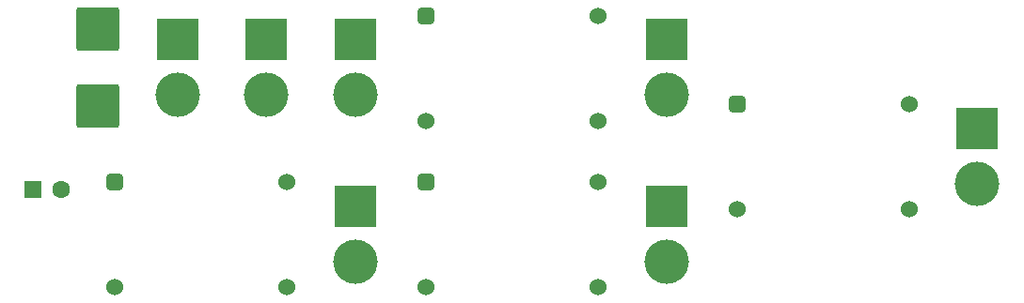
<source format=gbr>
%TF.GenerationSoftware,KiCad,Pcbnew,7.0.6*%
%TF.CreationDate,2023-10-26T22:09:33-07:00*%
%TF.ProjectId,power_distribution_board,706f7765-725f-4646-9973-747269627574,rev?*%
%TF.SameCoordinates,PX8a48640PY3938700*%
%TF.FileFunction,Copper,L1,Top*%
%TF.FilePolarity,Positive*%
%FSLAX46Y46*%
G04 Gerber Fmt 4.6, Leading zero omitted, Abs format (unit mm)*
G04 Created by KiCad (PCBNEW 7.0.6) date 2023-10-26 22:09:33*
%MOMM*%
%LPD*%
G01*
G04 APERTURE LIST*
G04 Aperture macros list*
%AMRoundRect*
0 Rectangle with rounded corners*
0 $1 Rounding radius*
0 $2 $3 $4 $5 $6 $7 $8 $9 X,Y pos of 4 corners*
0 Add a 4 corners polygon primitive as box body*
4,1,4,$2,$3,$4,$5,$6,$7,$8,$9,$2,$3,0*
0 Add four circle primitives for the rounded corners*
1,1,$1+$1,$2,$3*
1,1,$1+$1,$4,$5*
1,1,$1+$1,$6,$7*
1,1,$1+$1,$8,$9*
0 Add four rect primitives between the rounded corners*
20,1,$1+$1,$2,$3,$4,$5,0*
20,1,$1+$1,$4,$5,$6,$7,0*
20,1,$1+$1,$6,$7,$8,$9,0*
20,1,$1+$1,$8,$9,$2,$3,0*%
G04 Aperture macros list end*
%TA.AperFunction,ComponentPad*%
%ADD10R,3.800000X3.800000*%
%TD*%
%TA.AperFunction,ComponentPad*%
%ADD11C,4.000000*%
%TD*%
%TA.AperFunction,ComponentPad*%
%ADD12RoundRect,0.381000X-0.381000X-0.381000X0.381000X-0.381000X0.381000X0.381000X-0.381000X0.381000X0*%
%TD*%
%TA.AperFunction,ComponentPad*%
%ADD13C,1.524000*%
%TD*%
%TA.AperFunction,ComponentPad*%
%ADD14RoundRect,0.250002X-1.699998X-1.699998X1.699998X-1.699998X1.699998X1.699998X-1.699998X1.699998X0*%
%TD*%
%TA.AperFunction,ComponentPad*%
%ADD15R,1.600000X1.600000*%
%TD*%
%TA.AperFunction,ComponentPad*%
%ADD16C,1.600000*%
%TD*%
G04 APERTURE END LIST*
D10*
%TO.P,J1,1,Pin_1*%
%TO.N,GND*%
X63000000Y-6500000D03*
D11*
%TO.P,J1,2,Pin_2*%
%TO.N,Net-(J1-Pin_2)*%
X63000000Y-11500000D03*
%TD*%
D10*
%TO.P,J8,1,Pin_1*%
%TO.N,GND*%
X35000000Y-6500000D03*
D11*
%TO.P,J8,2,Pin_2*%
%TO.N,+12V*%
X35000000Y-11500000D03*
%TD*%
D10*
%TO.P,J5,1,Pin_1*%
%TO.N,GND*%
X19000000Y-6500000D03*
D11*
%TO.P,J5,2,Pin_2*%
%TO.N,+12V*%
X19000000Y-11500000D03*
%TD*%
D12*
%TO.P,U3,1,in-*%
%TO.N,GND*%
X13347500Y-19347500D03*
D13*
%TO.P,U3,2,in+*%
%TO.N,+12V*%
X13347500Y-28847500D03*
%TO.P,U3,3,out-*%
%TO.N,GND*%
X28847500Y-19347500D03*
%TO.P,U3,4,out+*%
%TO.N,Net-(J3-Pin_2)*%
X28847500Y-28847500D03*
%TD*%
D14*
%TO.P,J7,1,Pin_1*%
%TO.N,+12V*%
X11850000Y-12500000D03*
%TD*%
D12*
%TO.P,U4,1,in-*%
%TO.N,GND*%
X69347500Y-12330000D03*
D13*
%TO.P,U4,2,in+*%
%TO.N,+12V*%
X69347500Y-21830000D03*
%TO.P,U4,3,out-*%
%TO.N,GND*%
X84847500Y-12330000D03*
%TO.P,U4,4,out+*%
%TO.N,Net-(J9-Pin_2)*%
X84847500Y-21830000D03*
%TD*%
D14*
%TO.P,J6,1,Pin_1*%
%TO.N,GND*%
X11850000Y-5500000D03*
%TD*%
D12*
%TO.P,U1,1,in-*%
%TO.N,GND*%
X41347500Y-4347500D03*
D13*
%TO.P,U1,2,in+*%
%TO.N,+12V*%
X41347500Y-13847500D03*
%TO.P,U1,3,out-*%
%TO.N,GND*%
X56847500Y-4347500D03*
%TO.P,U1,4,out+*%
%TO.N,Net-(J1-Pin_2)*%
X56847500Y-13847500D03*
%TD*%
D15*
%TO.P,C1,1*%
%TO.N,+12V*%
X6000000Y-20000000D03*
D16*
%TO.P,C1,2*%
%TO.N,GND*%
X8500000Y-20000000D03*
%TD*%
D10*
%TO.P,J3,1,Pin_1*%
%TO.N,GND*%
X35000000Y-21500000D03*
D11*
%TO.P,J3,2,Pin_2*%
%TO.N,Net-(J3-Pin_2)*%
X35000000Y-26500000D03*
%TD*%
D10*
%TO.P,J2,1,Pin_1*%
%TO.N,GND*%
X63000000Y-21500000D03*
D11*
%TO.P,J2,2,Pin_2*%
%TO.N,Net-(J2-Pin_2)*%
X63000000Y-26500000D03*
%TD*%
D10*
%TO.P,J4,1,Pin_1*%
%TO.N,GND*%
X27000000Y-6500000D03*
D11*
%TO.P,J4,2,Pin_2*%
%TO.N,+12V*%
X27000000Y-11500000D03*
%TD*%
D10*
%TO.P,J9,1,Pin_1*%
%TO.N,GND*%
X91000000Y-14500000D03*
D11*
%TO.P,J9,2,Pin_2*%
%TO.N,Net-(J9-Pin_2)*%
X91000000Y-19500000D03*
%TD*%
D12*
%TO.P,U2,1,in-*%
%TO.N,GND*%
X41347500Y-19347500D03*
D13*
%TO.P,U2,2,in+*%
%TO.N,+12V*%
X41347500Y-28847500D03*
%TO.P,U2,3,out-*%
%TO.N,GND*%
X56847500Y-19347500D03*
%TO.P,U2,4,out+*%
%TO.N,Net-(J2-Pin_2)*%
X56847500Y-28847500D03*
%TD*%
M02*

</source>
